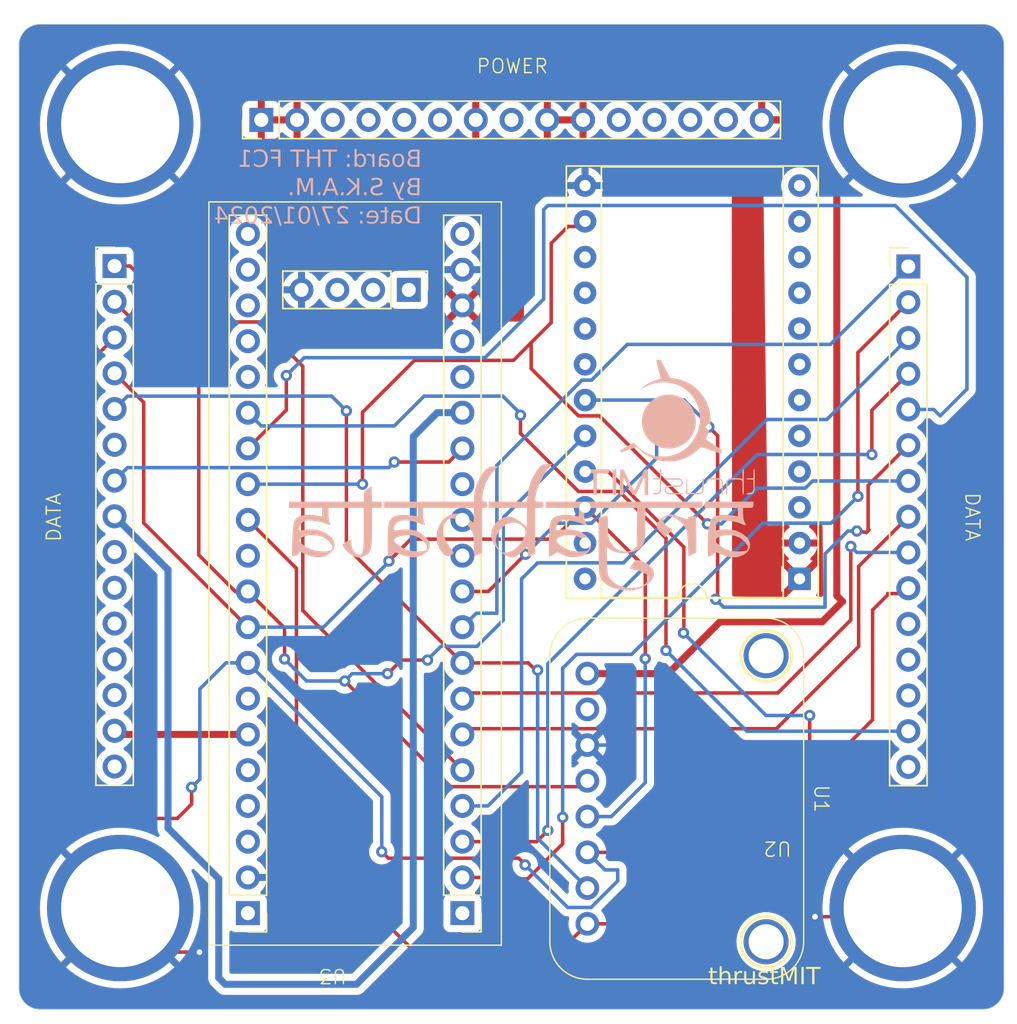
<source format=kicad_pcb>
(kicad_pcb (version 20221018) (generator pcbnew)
  (layers (0 "F.Cu" signal) (31 "B.Cu" signal) (34 "B.Paste" user) (35 "F.Paste" user) (36 "B.SilkS" user "B.Silkscreen") (37 "F.SilkS" user "F.Silkscreen") (38 "B.Mask" user) (39 "F.Mask" user) (44 "Edge.Cuts" user))
  (net 0 "")
  (net 1 "5V")
  (net 3 "GND")
  (net 4 "SCLK_SPI1")
  (net 5 "MISO_SPI1")
  (net 6 "MOSI_SPI1")
  (net 7 "CS_LPS")
  (net 8 "INT_LPS")
  (net 9 "3.3V")
  (net 22 "CS_LSM")
  (net 23 "INT_LSM")
  (net 25 "SCLK_SPI2")
  (net 30 "MISO_SPI2")
  (net 31 "MOSI_SPI2")
  (net 32 "CS_MS5607")
  (net 33 "TX_TELEM")
  (net 34 "RX_TELEM")
  (net 35 "CS_ADXL")
  (net 36 "I2C1_SCL")
  (net 47 "I2C1_SDA")
  (net 48 "INT_ADXL")
  (net 79 "PYRO1")
  (net 80 "PYRO2")
  (footprint "LIB_2024:STM32F411CEU6" (layer "F.Cu") (at 107.1 67.295 180)
    (fp_text reference "U3" (at 1.6 -48.755 180 unlocked) (layer "F.SilkS") (effects (font (thickness 0.1))))
    (fp_text value "STM32F411CEU6")
    (pad "1" thru_hole rect (at -7.62 -44.286 180) (size 1.7 1.7) (drill 1) (layers "*.Cu" "*.Mask"))
    (pad "2" thru_hole oval (at -7.62 -41.746 180) (size 1.7 1.7) (drill 1) (layers "*.Cu" "*.Mask") (net 25 "SCLK_SPI2"))
    (pad "3" thru_hole oval (at -7.62 -39.206 180) (size 1.7 1.7) (drill 1) (layers "*.Cu" "*.Mask") (net 30 "MISO_SPI2"))
    (pad "4" thru_hole oval (at -7.62 -36.666 180) (size 1.7 1.7) (drill 1) (layers "*.Cu" "*.Mask") (net 31 "MOSI_SPI2"))
    (pad "5" thru_hole oval (at -7.62 -34.126 180) (size 1.7 1.7) (drill 1) (layers "*.Cu" "*.Mask") (net 32 "CS_MS5607"))
    (pad "6" thru_hole oval (at -7.62 -31.586 180) (size 1.7 1.7) (drill 1) (layers "*.Cu" "*.Mask") (net 33 "TX_TELEM"))
    (pad "7" thru_hole oval (at -7.62 -29.046 180) (size 1.7 1.7) (drill 1) (layers "*.Cu" "*.Mask") (net 34 "RX_TELEM"))
    (pad "8" thru_hole oval (at -7.62 -26.506 180) (size 1.7 1.7) (drill 1) (layers "*.Cu" "*.Mask") (net 7 "CS_LPS"))
    (pad "9" thru_hole oval (at -7.62 -23.966 180) (size 1.7 1.7) (drill 1) (layers "*.Cu" "*.Mask") (net 35 "CS_ADXL"))
    (pad "10" thru_hole oval (at -7.62 -21.426 180) (size 1.7 1.7) (drill 1) (layers "*.Cu" "*.Mask") (net 22 "CS_LSM"))
    (pad "11" thru_hole oval (at -7.62 -18.886 180) (size 1.7 1.7) (drill 1) (layers "*.Cu" "*.Mask"))
    (pad "12" thru_hole oval (at -7.62 -16.346 180) (size 1.7 1.7) (drill 1) (layers "*.Cu" "*.Mask"))
    (pad "13" thru_hole oval (at -7.62 -13.806 180) (size 1.7 1.7) (drill 1) (layers "*.Cu" "*.Mask"))
    (pad "14" thru_hole oval (at -7.62 -11.266 180) (size 1.7 1.7) (drill 1) (layers "*.Cu" "*.Mask") (net 36 "I2C1_SCL"))
    (pad "15" thru_hole oval (at -7.62 -8.726 180) (size 1.7 1.7) (drill 1) (layers "*.Cu" "*.Mask") (net 47 "I2C1_SDA"))
    (pad "16" thru_hole oval (at -7.62 -6.186 180) (size 1.7 1.7) (drill 1) (layers "*.Cu" "*.Mask"))
    (pad "17" thru_hole oval (at -7.62 -3.646 180) (size 1.7 1.7) (drill 1) (layers "*.Cu" "*.Mask"))
    (pad "18" thru_hole oval (at -7.62 -1.106 180) (size 1.7 1.7) (drill 1) (layers "*.Cu" "*.Mask") (net 1 "5V"))
    (pad "19" thru_hole oval (at -7.62 1.434 180) (size 1.7 1.7) (drill 1) (layers "*.Cu" "*.Mask") (net 3 "GND"))
    (pad "20" thru_hole oval (at -7.62 3.974 180) (size 1.7 1.7) (drill 1) (layers "*.Cu" "*.Mask"))
    (pad "21" thru_hole rect (at 7.62 -44.286 180) (size 1.7 1.7) (drill 1) (layers "*.Cu" "*.Mask"))
    (pad "22" thru_hole oval (at 7.62 -41.746 180) (size 1.7 1.7) (drill 1) (layers "*.Cu" "*.Mask") (net 3 "GND"))
    (pad "23" thru_hole oval (at 7.62 -39.206 180) (size 1.7 1.7) (drill 1) (layers "*.Cu" "*.Mask"))
    (pad "24" thru_hole oval (at 7.62 -36.666 180) (size 1.7 1.7) (drill 1) (layers "*.Cu" "*.Mask"))
    (pad "25" thru_hole oval (at 7.62 -34.126 180) (size 1.7 1.7) (drill 1) (layers "*.Cu" "*.Mask"))
    (pad "26" thru_hole oval (at 7.62 -31.586 180) (size 1.7 1.7) (drill 1) (layers "*.Cu" "*.Mask") (net 79 "PYRO1"))
    (pad "27" thru_hole oval (at 7.62 -29.046 180) (size 1.7 1.7) (drill 1) (layers "*.Cu" "*.Mask"))
    (pad "28" thru_hole oval (at 7.62 -26.506 180) (size 1.7 1.7) (drill 1) (layers "*.Cu" "*.Mask") (net 6 "MOSI_SPI1"))
    (pad "29" thru_hole oval (at 7.62 -23.966 180) (size 1.7 1.7) (drill 1) (layers "*.Cu" "*.Mask") (net 5 "MISO_SPI1"))
    (pad "30" thru_hole oval (at 7.62 -21.426 180) (size 1.7 1.7) (drill 1) (layers "*.Cu" "*.Mask") (net 4 "SCLK_SPI1"))
    (pad "31" thru_hole oval (at 7.62 -18.886 180) (size 1.7 1.7) (drill 1) (layers "*.Cu" "*.Mask"))
    (pad "32" thru_hole oval (at 7.62 -16.346 180) (size 1.7 1.7) (drill 1) (layers "*.Cu" "*.Mask") (net 8 "INT_LPS"))
    (pad "33" thru_hole oval (at 7.62 -13.806 180) (size 1.7 1.7) (drill 1) (layers "*.Cu" "*.Mask") (net 23 "INT_LSM"))
    (pad "34" thru_hole oval (at 7.62 -11.266 180) (size 1.7 1.7) (drill 1) (layers "*.Cu" "*.Mask") (net 48 "INT_ADXL"))
    (pad "35" thru_hole oval (at 7.62 -8.726 180) (size 1.7 1.7) (drill 1) (layers "*.Cu" "*.Mask") (net 80 "PYRO2"))
    (pad "36" thru_hole oval (at 7.62 -6.186 180) (size 1.7 1.7) (drill 1) (layers "*.Cu" "*.Mask"))
    (pad "37" thru_hole oval (at 7.62 -3.646 180) (size 1.7 1.7) (drill 1) (layers "*.Cu" "*.Mask"))
    (pad "38" thru_hole oval (at 7.62 -1.106 180) (size 1.7 1.7) (drill 1) (layers "*.Cu" "*.Mask"))
    (pad "39" thru_hole oval (at 7.62 1.434 180) (size 1.7 1.7) (drill 1) (layers "*.Cu" "*.Mask"))
    (pad "40" thru_hole oval (at 7.62 3.974 180) (size 1.7 1.7) (drill 1) (layers "*.Cu" "*.Mask"))
    (pad "41" thru_hole rect (at -3.81 0 270) (size 1.7 1.7) (drill 1) (layers "*.Cu" "*.Mask"))
    (pad "42" thru_hole oval (at -1.27 0 270) (size 1.7 1.7) (drill 1) (layers "*.Cu" "*.Mask"))
    (pad "43" thru_hole oval (at 1.27 0 270) (size 1.7 1.7) (drill 1) (layers "*.Cu" "*.Mask"))
    (pad "44" thru_hole oval (at 3.81 0 270) (size 1.7 1.7) (drill 1) (layers "*.Cu" "*.Mask") (net 3 "GND"))
  )
  (footprint "FC_Stack_template:FC_Stack_template" (layer "F.Cu") (at 118.2056 83.4186)
    (fp_text reference "U4" hide)
    (fp_text value "FC_stack")
    (fp_text user "DATA" (at 32.17 -1.8 -90 unlocked) (layer "F.SilkS") (effects (font (thickness 0.1)) (justify left bottom)))
    (fp_text user "thrustMIT" (at 13.98 33.41 unlocked) (layer "F.SilkS") (effects (font (size 1.2 1.2) (thickness 0.1)) (justify left bottom)))
    (fp_text user "POWER" (at -2.55 -31.43 unlocked) (layer "F.SilkS") (effects (font (thickness 0.1)) (justify left bottom)))
    (fp_text user "DATA" (at -31.93 1.85 90 unlocked) (layer "F.SilkS") (effects (font (thickness 0.1)) (justify left bottom)))
    (fp_line (start -35 33.5) (end -35 -33.5) (stroke (width 0.05)) (layer "Edge.Cuts"))
    (fp_line (start -33.5 -35) (end 33.5 -35) (stroke (width 0.05)) (layer "Edge.Cuts"))
    (fp_line (start 33.5 35) (end -33.5 35) (stroke (width 0.05)) (layer "Edge.Cuts"))
    (fp_line (start 35 -33.5) (end 35 33.5) (stroke (width 0.05)) (layer "Edge.Cuts"))
    (fp_arc (start -35 -33.5) (mid -34.56066 -34.56066) (end -33.5 -35) (stroke (width 0.05)) (layer "Edge.Cuts"))
    (fp_arc (start -33.5 35) (mid -34.56066 34.56066) (end -35 33.5) (stroke (width 0.05)) (layer "Edge.Cuts"))
    (fp_arc (start 33.5 -35) (mid 34.56066 -34.56066) (end 35 -33.5) (stroke (width 0.05)) (layer "Edge.Cuts"))
    (fp_arc (start 35 33.5) (mid 34.56066 34.56066) (end 33.5 35) (stroke (width 0.05)) (layer "Edge.Cuts"))
    (pad "1" thru_hole rect (at 28.2 -17.785) (size 1.7 1.7) (drill 1) (layers "*.Cu" "*.Mask") (net 35 "CS_ADXL"))
    (pad "2" thru_hole oval (at 28.2 -15.245) (size 1.7 1.7) (drill 1) (layers "*.Cu" "*.Mask") (net 25 "SCLK_SPI2"))
    (pad "3" thru_hole oval (at 28.2 -12.705) (size 1.7 1.7) (drill 1) (layers "*.Cu" "*.Mask") (net 31 "MOSI_SPI2"))
    (pad "4" thru_hole oval (at 28.2 -10.165) (size 1.7 1.7) (drill 1) (layers "*.Cu" "*.Mask") (net 30 "MISO_SPI2"))
    (pad "5" thru_hole oval (at 28.2 -7.625) (size 1.7 1.7) (drill 1) (layers "*.Cu" "*.Mask") (net 48 "INT_ADXL"))
    (pad "6" thru_hole oval (at 28.2 -5.085) (size 1.7 1.7) (drill 1) (layers "*.Cu" "*.Mask") (net 22 "CS_LSM"))
    (pad "7" thru_hole oval (at 28.2 -2.545) (size 1.7 1.7) (drill 1) (layers "*.Cu" "*.Mask") (net 23 "INT_LSM"))
    (pad "8" thru_hole oval (at 28.2 -0.005) (size 1.7 1.7) (drill 1) (layers "*.Cu" "*.Mask") (net 33 "TX_TELEM"))
    (pad "9" thru_hole oval (at 28.2 2.535) (size 1.7 1.7) (drill 1) (layers "*.Cu" "*.Mask") (net 34 "RX_TELEM"))
    (pad "10" thru_hole oval (at 28.2 5.075) (size 1.7 1.7) (drill 1) (layers "*.Cu" "*.Mask") (net 8 "INT_LPS"))
    (pad "11" thru_hole oval (at 28.2 7.615) (size 1.7 1.7) (drill 1) (layers "*.Cu" "*.Mask"))
    (pad "12" thru_hole oval (at 28.2 10.155) (size 1.7 1.7) (drill 1) (layers "*.Cu" "*.Mask"))
    (pad "13" thru_hole oval (at 28.2 12.695) (size 1.7 1.7) (drill 1) (layers "*.Cu" "*.Mask"))
    (pad "14" thru_hole oval (at 28.2 15.235) (size 1.7 1.7) (drill 1) (layers "*.Cu" "*.Mask") (net 80 "PYRO2"))
    (pad "15" thru_hole oval (at 28.2 17.775) (size 1.7 1.7) (drill 1) (layers "*.Cu" "*.Mask"))
    (pad "16" thru_hole oval (at -28.2 17.745) (size 1.7 1.7) (drill 1) (layers "*.Cu" "*.Mask"))
    (pad "17" thru_hole oval (at -28.2 15.205) (size 1.7 1.7) (drill 1) (layers "*.Cu" "*.Mask") (net 79 "PYRO1"))
    (pad "18" thru_hole oval (at -28.2 12.665) (size 1.7 1.7) (drill 1) (layers "*.Cu" "*.Mask"))
    (pad "19" thru_hole oval (at -28.2 10.125) (size 1.7 1.7) (drill 1) (layers "*.Cu" "*.Mask"))
    (pad "20" thru_hole oval (at -28.2 7.585) (size 1.7 1.7) (drill 1) (layers "*.Cu" "*.Mask"))
    (pad "21" thru_hole oval (at -28.2 5.045) (size 1.7 1.7) (drill 1) (layers "*.Cu" "*.Mask"))
    (pad "22" thru_hole oval (at -28.2 2.505) (size 1.7 1.7) (drill 1) (layers "*.Cu" "*.Mask"))
    (pad "23" thru_hole oval (at -28.2 -0.035) (size 1.7 1.7) (drill 1) (layers "*.Cu" "*.Mask") (net 47 "I2C1_SDA"))
    (pad "24" thru_hole oval (at -28.2 -2.575) (size 1.7 1.7) (drill 1) (layers "*.Cu" "*.Mask") (net 36 "I2C1_SCL"))
    (pad "25" thru_hole oval (at -28.2 -5.115) (size 1.7 1.7) (drill 1) (layers "*.Cu" "*.Mask"))
    (pad "26" thru_hole oval (at -28.2 -7.655) (size 1.7 1.7) (drill 1) (layers "*.Cu" "*.Mask") (net 7 "CS_LPS"))
    (pad "27" thru_hole oval (at -28.2 -10.195) (size 1.7 1.7) (drill 1) (layers "*.Cu" "*.Mask") (net 5 "MISO_SPI1"))
    (pad "28" thru_hole oval (at -28.2 -12.735) (size 1.7 1.7) (drill 1) (layers "*.Cu" "*.Mask") (net 6 "MOSI_SPI1"))
    (pad "29" thru_hole oval (at -28.2 -15.275) (size 1.7 1.7) (drill 1) (layers "*.Cu" "*.Mask") (net 4 "SCLK_SPI1"))
    (pad "30" thru_hole rect (at -28.2 -17.815) (size 1.7 1.7) (drill 1) (layers "*.Cu" "*.Mask") (net 32 "CS_MS5607"))
    (pad "31" thru_hole rect (at -17.775 -28.2 90) (size 1.7 1.7) (drill 1) (layers "*.Cu" "*.Mask") (net 1 "5V"))
    (pad "32" thru_hole oval (at -15.235 -28.2 90) (size 1.7 1.7) (drill 1) (layers "*.Cu" "*.Mask") (net 1 "5V"))
    (pad "33" thru_hole oval (at -12.695 -28.2 90) (size 1.7 1.7) (drill 1) (layers "*.Cu" "*.Mask"))
    (pad "34" thru_hole oval (at -10.155 -28.2 90) (size 1.7 1.7) (drill 1) (layers "*.Cu" "*.Mask"))
    (pad "35" thru_hole oval (at -7.615 -28.2 90) (size 1.7 1.7) (drill 1) (layers "*.Cu" "*.Mask"))
    (pad "36" thru_hole oval (at -5.075 -28.2 90) (size 1.7 1.7) (drill 1) (layers "*.Cu" "*.Mask"))
    (pad "37" thru_hole oval (at -2.535 -28.2 90) (size 1.7 1.7) (drill 1) (layers "*.Cu" "*.Mask") (net 9 "3.3V"))
    (pad "38" thru_hole oval (at 0.005 -28.2 90) (size 1.7 1.7) (drill 1) (layers "*.Cu" "*.Mask"))
    (pad "39" thru_hole oval (at 2.545 -28.2 90) (size 1.7 1.7) (drill 1) (layers "*.Cu" "*.Mask") (net 9 "3.3V"))
    (pad "40" thru_hole oval (at 5.085 -28.2 90) (size 1.7 1.7) (drill 1) (layers "*.Cu" "*.Mask") (net 9 "3.3V"))
    (pad "41" thru_hole oval (at 7.625 -28.2 90) (size 1.7 1.7) (drill 1) (layers "*.Cu" "*.Mask"))
    (pad "42" thru_hole oval (at 10.165 -28.2 90) (size 1.7 1.7) (drill 1) (layers "*.Cu" "*.Mask"))
    (pad "43" thru_hole oval (at 12.705 -28.2 90) (size 1.7 1.7) (drill 1) (layers "*.Cu" "*.Mask"))
    (pad "44" thru_hole oval (at 15.245 -28.2 90) (size 1.7 1.7) (drill 1) (layers "*.Cu" "*.Mask"))
    (pad "45" thru_hole oval (at 17.785 -28.2 90) (size 1.7 1.7) (drill 1) (layers "*.Cu" "*.Mask") (net 1 "5V"))
    (pad "49" thru_hole circle (at 27.8 27.8) (size 10.4 10.4) (drill 8.4) (layers "*.Cu" "*.Mask") (net 3 "GND"))
    (pad "50" thru_hole circle (at -27.8 27.8) (size 10.4 10.4) (drill 8.4) (layers "*.Cu" "*.Mask") (net 3 "GND"))
    (pad "51" thru_hole circle (at -27.8 -27.9) (size 10.4 10.4) (drill 8.4) (layers "*.Cu" "*.Mask") (net 3 "GND"))
    (pad "52" thru_hole circle (at 27.8 -27.885) (size 10.4 10.4) (drill 8.4) (layers "*.Cu" "*.Mask") (net 3 "GND"))
  )
  (footprint "LIB_2024:LPS22HB_ThrustMIT" (layer "F.Cu") (at 129.95 103.45 -90)
    (fp_text reference "U1" (at 0 -10.287 -90 unlocked) (layer "F.SilkS") (effects (font (thickness 0.1))))
    (fp_text value "LPS22HB")
    (pad "1" thru_hole circle (at -8.89 6.35) (size 1.6764 1.6764) (drill 1) (layers "*.Cu" "*.Mask" "Eco2.User") (net 1 "5V"))
    (pad "2" thru_hole circle (at -6.35 6.35) (size 1.6764 1.6764) (drill 1) (layers "*.Cu" "*.Mask" "Eco2.User"))
    (pad "3" thru_hole circle (at -3.81 6.35) (size 1.6764 1.6764) (drill 1) (layers "*.Cu" "*.Mask" "Eco2.User") (net 3 "GND"))
    (pad "4" thru_hole circle (at -1.27 6.35) (size 1.6764 1.6764) (drill 1) (layers "*.Cu" "*.Mask" "Eco2.User") (net 4 "SCLK_SPI1"))
    (pad "5" thru_hole circle (at 1.27 6.35) (size 1.6764 1.6764) (drill 1) (layers "*.Cu" "*.Mask" "Eco2.User") (net 5 "MISO_SPI1"))
    (pad "6" thru_hole circle (at 3.81 6.35) (size 1.6764 1.6764) (drill 1) (layers "*.Cu" "*.Mask" "Eco2.User") (net 6 "MOSI_SPI1"))
    (pad "7" thru_hole circle (at 6.35 6.35) (size 1.6764 1.6764) (drill 1) (layers "*.Cu" "*.Mask" "Eco2.User") (net 7 "CS_LPS"))
    (pad "8" thru_hole circle (at 8.89 6.35) (size 1.6764 1.6764) (drill 1) (layers "*.Cu" "*.Mask" "Eco2.User") (net 8 "INT_LPS"))
    (pad "M$1" thru_hole circle (at 10.164981 -6.35 270) (size 3.2004 3.2004) (drill 2.4892) (layers "*.Cu" "*.Mask"))
    (pad "M$2" thru_hole circle (at -10.16 -6.35 270) (size 3.2004 3.2004) (drill 2.4892) (layers "*.Cu" "*.Mask"))
  )
  (footprint "LIB_2024:LSM6DSO32X" (layer "F.Cu") (at 132.035 81.135 180)
    (fp_text reference "U2" (at -5.08 -25.86 180 unlocked) (layer "F.SilkS") (effects (font (thickness 0.1))))
    (fp_text value "LSM6DSO32X")
    (pad "1" thru_hole rect (at -6.64 -6.69 180) (size 1.6 1.6) (drill 0.8) (layers "*.Cu" "*.Mask") (net 9 "3.3V"))
    (pad "2" thru_hole oval (at -6.64 -4.15 180) (size 1.6 1.6) (drill 0.8) (layers "*.Cu" "*.Mask") (net 9 "3.3V"))
    (pad "3" thru_hole oval (at -6.64 -1.61 180) (size 1.6 1.6) (drill 0.8) (layers "*.Cu" "*.Mask"))
    (pad "4" thru_hole oval (at -6.64 0.93 180) (size 1.6 1.6) (drill 0.8) (layers "*.Cu" "*.Mask"))
    (pad "5" thru_hole oval (at -6.64 3.47 180) (size 1.6 1.6) (drill 0.8) (layers "*.Cu" "*.Mask"))
    (pad "6" thru_hole oval (at -6.64 6.01 180) (size 1.6 1.6) (drill 0.8) (layers "*.Cu" "*.Mask"))
    (pad "7" thru_hole oval (at -6.64 8.55 180) (size 1.6 1.6) (drill 0.8) (layers "*.Cu" "*.Mask"))
    (pad "8" thru_hole oval (at -6.64 11.09 180) (size 1.6 1.6) (drill 0.8) (layers "*.Cu" "*.Mask"))
    (pad "9" thru_hole oval (at -6.64 13.63 180) (size 1.6 1.6) (drill 0.8) (layers "*.Cu" "*.Mask"))
    (pad "10" thru_hole oval (at -6.64 16.17 180) (size 1.6 1.6) (drill 0.8) (layers "*.Cu" "*.Mask"))
    (pad "11" thru_hole oval (at -6.64 18.71 180) (size 1.6 1.6) (drill 0.8) (layers "*.Cu" "*.Mask"))
    (pad "12" thru_hole oval (at -6.64 21.25 180) (size 1.6 1.6) (drill 0.8) (layers "*.Cu" "*.Mask"))
    (pad "13" thru_hole oval (at 8.6 -6.69 180) (size 1.6 1.6) (drill 0.8) (layers "*.Cu" "*.Mask"))
    (pad "14" thru_hole oval (at 8.6 -4.15 180) (size 1.6 1.6) (drill 0.8) (layers "*.Cu" "*.Mask"))
    (pad "15" thru_hole oval (at 8.6 -1.61 180) (size 1.6 1.6) (drill 0.8) (layers "*.Cu" "*.Mask") (net 5 "MISO_SPI1"))
    (pad "16" thru_hole oval (at 8.6 0.93 180) (size 1.6 1.6) (drill 0.8) (layers "*.Cu" "*.Mask") (net 6 "MOSI_SPI1"))
    (pad "17" thru_hole oval (at 8.6 3.47 180) (size 1.6 1.6) (drill 0.8) (layers "*.Cu" "*.Mask") (net 4 "SCLK_SPI1"))
    (pad "18" thru_hole oval (at 8.6 6.01 180) (size 1.6 1.6) (drill 0.8) (layers "*.Cu" "*.Mask") (net 22 "CS_LSM"))
    (pad "19" thru_hole oval (at 8.6 8.55 180) (size 1.6 1.6) (drill 0.8) (layers "*.Cu" "*.Mask"))
    (pad "20" thru_hole oval (at 8.6 11.09 180) (size 1.6 1.6) (drill 0.8) (layers "*.Cu" "*.Mask"))
    (pad "21" thru_hole oval (at 8.6 13.63 180) (size 1.6 1.6) (drill 0.8) (layers "*.Cu" "*.Mask"))
    (pad "22" thru_hole oval (at 8.6 16.17 180) (size 1.6 1.6) (drill 0.8) (layers "*.Cu" "*.Mask"))
    (pad "23" thru_hole oval (at 8.6 18.71 180) (size 1.6 1.6) (drill 0.8) (layers "*.Cu" "*.Mask") (net 23 "INT_LSM"))
    (pad "24" thru_hole oval (at 8.6 21.25 180) (size 1.6 1.6) (drill 0.8) (layers "*.Cu" "*.Mask") (net 3 "GND"))
  )
  (footprint "LOGO" (layer "B.Cu") (at 129.413313 76.449936 180)
    (fp_text reference "G***" hide)
    (fp_text value "LOGO" hide)
  )
  (footprint "LOGO" (layer "B.Cu") (at 114.20905 84.708196 180)
    (fp_text reference "G***" hide)
    (fp_text value "LOGO" hide)
  )
  (gr_text "Board: THT FC1\nBy S.K.A.M.\nDate: 27/01/2024" (at 111.8362 62.7888) (layer "B.SilkS") (effects (font (size 1.2 1.2)) (justify left bottom mirror)))
  (segment (start 141.732 89.4334) (end 141.3256 89.027) (width 0.5) (layer "F.Cu") (net 1))
  (segment (start 138.0998 55.9054) (end 137.413 55.2186) (width 0.5) (layer "F.Cu") (net 1))
  (segment (start 138.0998 56.2864) (end 138.0998 55.9054) (width 0.5) (layer "F.Cu") (net 1))
  (segment (start 140.2842 90.8812) (end 141.732 89.4334) (width 0.5) (layer "F.Cu") (net 1))
  (segment (start 141.3256 89.027) (end 141.3256 59.5122) (width 0.5) (layer "F.Cu") (net 1))
  (segment (start 137.413 55.2186) (end 135.9906 55.2186) (width 0.5) (layer "F.Cu") (net 1))
  (segment (start 133.0198 90.8812) (end 140.2842 90.8812) (width 0.5) (layer "F.Cu") (net 1))
  (segment (start 141.3256 59.5122) (end 138.0998 56.2864) (width 0.5) (layer "F.Cu") (net 1))
  (segment (start 123.6 94.56) (end 129.341 94.56) (width 0.5) (layer "F.Cu") (net 1))
  (segment (start 129.341 94.56) (end 133.0198 90.8812) (width 0.5) (layer "F.Cu") (net 1))
  (segment (start 139.7762 111.8362) (end 145.388 111.8362) (width 0.25) (layer "F.Cu") (net 3))
  (segment (start 96.0374 114.3508) (end 93.5378 114.3508) (width 0.25) (layer "F.Cu") (net 3))
  (segment (start 145.388 111.8362) (end 146.0056 111.2186) (width 0.25) (layer "F.Cu") (net 3))
  (segment (start 93.5378 114.3508) (end 90.4056 111.2186) (width 0.25) (layer "F.Cu") (net 3))
  (via (at 139.7762 111.8362) (size 0.8) (drill 0.4) (layers "F.Cu" "B.Cu") (net 3))
  (via (at 96.0374 114.3508) (size 0.8) (drill 0.4) (layers "F.Cu" "B.Cu") (net 3))
  (segment (start 123.6 99.64) (end 125.9628 99.64) (width 0.25) (layer "B.Cu") (net 3))
  (segment (start 101.8298 109.041) (end 101.9302 108.9406) (width 0.25) (layer "B.Cu") (net 3))
  (segment (start 125.9628 99.64) (end 126.0602 99.5426) (width 0.25) (layer "B.Cu") (net 3))
  (segment (start 99.48 109.041) (end 101.8298 109.041) (width 0.25) (layer "B.Cu") (net 3))
  (segment (start 109.474 94.5134) (end 109.4486 94.5134) (width 0.25) (layer "F.Cu") (net 4))
  (segment (start 90.0056 68.1436) (end 95.9866 74.1246) (width 0.25) (layer "F.Cu") (net 4))
  (segment (start 123.6 102.18) (end 123.184 102.596) (width 0.25) (layer "F.Cu") (net 4))
  (segment (start 95.9866 86.1314) (end 98.5762 88.721) (width 0.25) (layer "F.Cu") (net 4))
  (segment (start 98.5762 88.721) (end 99.48 88.721) (width 0.25) (layer "F.Cu") (net 4))
  (segment (start 102.0826 91.3236) (end 99.48 88.721) (width 0.25) (layer "F.Cu") (net 4))
  (segment (start 123.184 102.596) (end 113.8736 102.596) (width 0.25) (layer "F.Cu") (net 4))
  (segment (start 102.0826 93.5228) (end 102.0826 91.3236) (width 0.25) (layer "F.Cu") (net 4))
  (segment (start 110.3884 93.599) (end 109.474 94.5134) (width 0.25) (layer "F.Cu") (net 4))
  (segment (start 95.9866 74.1246) (end 95.9866 86.1314) (width 0.25) (layer "F.Cu") (net 4))
  (segment (start 112.2426 93.599) (end 110.3884 93.599) (width 0.25) (layer "F.Cu") (net 4))
  (segment (start 113.8736 102.596) (end 106.2482 94.9706) (width 0.25) (layer "F.Cu") (net 4))
  (segment (start 109.4486 94.5134) (end 109.3978 94.5642) (width 0.25) (layer "F.Cu") (net 4))
  (via (at 106.3625 95.0849) (size 0.8) (drill 0.4) (layers "F.Cu" "B.Cu") (net 4))
  (via (at 112.2426 93.599) (size 0.8) (drill 0.4) (layers "F.Cu" "B.Cu") (net 4))
  (via (at 102.0826 93.5228) (size 0.8) (drill 0.4) (layers "F.Cu" "B.Cu") (net 4))
  (via (at 109.3978 94.5642) (size 0.8) (drill 0.4) (layers "F.Cu" "B.Cu") (net 4))
  (segment (start 117.6202 83.4798) (end 117.6202 90.7614) (width 0.25) (layer "B.Cu") (net 4))
  (segment (start 112.2426 93.5736) (end 112.2426 93.599) (width 0.25) (layer "B.Cu") (net 4))
  (segment (start 113.1902 92.626) (end 112.2426 93.5736) (width 0.25) (layer "B.Cu") (net 4))
  (segment (start 117.6202 90.7614) (end 115.7556 92.626) (width 0.25) (layer "B.Cu") (net 4))
  (segment (start 123.435 77.665) (end 117.6202 83.4798) (width 0.25) (layer "B.Cu") (net 4))
  (segment (start 106.8832 94.5642) (end 106.3625 95.0849) (width 0.25) (layer "B.Cu") (net 4))
  (segment (start 115.7556 92.626) (end 113.1902 92.626) (width 0.25) (layer "B.Cu") (net 4))
  (segment (start 103.6447 95.0849) (end 102.0826 93.5228) (width 0.25) (layer "B.Cu") (net 4))
  (segment (start 109.3978 94.5642) (end 106.8832 94.5642) (width 0.25) (layer "B.Cu") (net 4))
  (segment (start 106.3625 95.0849) (end 103.6447 95.0849) (width 0.25) (layer "B.Cu") (net 4))
  (segment (start 111.0566 85.006) (end 121.174 85.006) (width 0.25) (layer "F.Cu") (net 5))
  (segment (start 109.4994 86.5632) (end 111.0566 85.006) (width 0.25) (layer "F.Cu") (net 5))
  (segment (start 92.075 75.293) (end 90.0056 73.2236) (width 0.25) (layer "F.Cu") (net 5))
  (segment (start 123.435 82.745) (end 127.7112 87.0212) (width 0.25) (layer "F.Cu") (net 5))
  (segment (start 127.7112 87.0212) (end 127.7112 93.4974) (width 0.25) (layer "F.Cu") (net 5))
  (segment (start 92.075 83.856) (end 92.075 75.293) (width 0.25) (layer "F.Cu") (net 5))
  (segment (start 121.174 85.006) (end 123.435 82.745) (width 0.25) (layer "F.Cu") (net 5))
  (segment (start 99.48 91.261) (end 92.075 83.856) (width 0.25) (layer "F.Cu") (net 5))
  (via (at 109.4994 86.5632) (size 0.8) (drill 0.4) (layers "F.Cu" "B.Cu") (net 5))
  (via (at 127.7112 93.4974) (size 0.8) (drill 0.4) (layers "F.Cu" "B.Cu") (net 5))
  (segment (start 109.4994 86.614) (end 109.4994 86.5632) (width 0.25) (layer "B.Cu") (net 5))
  (segment (start 104.8524 91.261) (end 109.4994 86.614) (width 0.25) (layer "B.Cu") (net 5))
  (segment (start 127.7112 93.4974) (end 127.7112 102.3112) (width 0.25) (layer "B.Cu") (net 5))
  (segment (start 125.3024 104.72) (end 123.6 104.72) (width 0.25) (layer "B.Cu") (net 5))
  (segment (start 99.48 91.261) (end 104.8524 91.261) (width 0.25) (layer "B.Cu") (net 5))
  (segment (start 127.7112 102.3112) (end 125.3024 104.72) (width 0.25) (layer "B.Cu") (net 5))
  (segment (start 86.0044 74.6848) (end 86.0044 102.9716) (width 0.25) (layer "F.Cu") (net 6))
  (segment (start 95.4786 103.8352) (end 95.4786 102.6414) (width 0.25) (layer "F.Cu") (net 6))
  (segment (start 90.0056 70.6836) (end 86.0044 74.6848) (width 0.25) (layer "F.Cu") (net 6))
  (segment (start 123.435 80.205) (end 125.088196 80.205) (width 0.25) (layer "F.Cu") (net 6))
  (segment (start 119.2022 108.1532) (end 119.1768 108.1532) (width 0.25) (layer "F.Cu") (net 6))
  (segment (start 132.135 107.26) (end 123.6 107.26) (width 0.25) (layer "F.Cu") (net 6))
  (segment (start 130.4544 91.694) (end 130.429 91.6686) (width 0.25) (layer "F.Cu") (net 6))
  (segment (start 118.725 107.676) (end 119.2022 108.1532) (width 0.25) (layer "F.Cu") (net 6))
  (segment (start 139.3952 99.9998) (end 132.135 107.26) (width 0.25) (layer "F.Cu") (net 6))
  (segment (start 125.088196 80.205) (end 130.4544 85.571204) (width 0.25) (layer "F.Cu") (net 6))
  (segment (start 94.4626 104.8512) (end 95.4786 103.8352) (width 0.25) (layer "F.Cu") (net 6))
  (segment (start 108.9914 107.2134) (end 109.454 107.676) (width 0.25) (layer "F.Cu") (net 6))
  (segment (start 86.0044 102.9716) (end 87.884 104.8512) (width 0.25) (layer "F.Cu") (net 6))
  (segment (start 139.3952 97.536) (end 139.3952 99.9998) (width 0.25) (layer "F.Cu") (net 6))
  (segment (start 130.4544 85.571204) (end 130.4544 91.694) (width 0.25) (layer "F.Cu") (net 6))
  (segment (start 109.454 107.676) (end 118.725 107.676) (width 0.25) (layer "F.Cu") (net 6))
  (segment (start 87.884 104.8512) (end 94.4626 104.8512) (width 0.25) (layer "F.Cu") (net 6))
  (via (at 95.4786 102.6414) (size 0.8) (drill 0.4) (layers "F.Cu" "B.Cu") (net 6))
  (via (at 130.429 91.6686) (size 0.8) (drill 0.4) (layers "F.Cu" "B.Cu") (net 6))
  (via (at 139.3952 97.536) (size 0.8) (drill 0.4) (layers "F.Cu" "B.Cu") (net 6))
  (via (at 119.1768 108.1532) (size 0.8) (drill 0.4) (layers "F.Cu" "B.Cu") (net 6))
  (via (at 108.9914 107.2134) (size 0.8) (drill 0.4) (layers "F.Cu" "B.Cu") (net 6))
  (segment (start 124.8488 108.5088) (end 123.6 107.26) (width 0.25) (layer "B.Cu") (net 6))
  (segment (start 119.1768 108.1532) (end 122.2004 111.1768) (width 0.25) (layer "B.Cu") (net 6))
  (segment (start 99.48 93.801) (end 108.9914 103.3124) (width 0.25) (layer "B.Cu") (net 6))
  (segment (start 108.9914 103.3124) (end 108.9914 107.2134) (width 0.25) (layer "B.Cu") (net 6))
  (segment (start 125.7554 109.289614) (end 125.7554 108.5088) (width 0.25) (layer "B.Cu") (net 6))
  (segment (start 96.0628 95.6564) (end 97.9182 93.801) (width 0.25) (layer "B.Cu") (net 6))
  (segment (start 136.2964 97.536) (end 139.3952 97.536) (width 0.25) (layer "B.Cu") (net 6))
  (segment (start 125.7554 108.5088) (end 124.8488 108.5088) (width 0.25) (layer "B.Cu") (net 6))
  (segment (start 95.4786 102.6414) (end 96.0628 102.0572) (width 0.25) (layer "B.Cu") (net 6))
  (segment (start 123.868214 111.1768) (end 125.7554 109.289614) (width 0.25) (layer "B.Cu") (net 6))
  (segment (start 130.429 91.6686) (end 136.2964 97.536) (width 0.25) (layer "B.Cu") (net 6))
  (segment (start 97.9182 93.801) (end 99.48 93.801) (width 0.25) (layer "B.Cu") (net 6))
  (segment (start 96.0628 102.0572) (end 96.0628 95.6564) (width 0.25) (layer "B.Cu") (net 6))
  (segment (start 122.2004 111.1768) (end 123.868214 111.1768) (width 0.25) (layer "B.Cu") (net 6))
  (segment (start 114.72 93.801) (end 119.4042 93.801) (width 0.25) (layer "F.Cu") (net 7))
  (segment (start 120.015 94.4118) (end 120.015 94.361) (width 0.25) (layer "F.Cu") (net 7))
  (segment (start 114.72 93.801) (end 106.4768 85.5578) (width 0.25) (layer "F.Cu") (net 7))
  (segment (start 120.015 94.361) (end 120.0658 94.3102) (width 0.25) (layer "F.Cu") (net 7))
  (segment (start 119.4042 93.801) (end 120.015 94.4118) (width 0.25) (layer "F.Cu") (net 7))
  (segment (start 106.4768 85.5578) (end 106.4768 75.8952) (width 0.25) (layer "F.Cu") (net 7))
  (via (at 106.4768 75.8952) (size 0.8) (drill 0.4) (layers "F.Cu" "B.Cu") (net 7))
  (via (at 120.0658 94.3102) (size 0.8) (drill 0.4) (layers "F.Cu" "B.Cu") (net 7))
  (segment (start 120.0658 94.3102) (end 120.0658 106.2658) (width 0.25) (layer "B.Cu") (net 7))
  (segment (start 105.4276 74.846) (end 106.4768 75.8952) (width 0.25) (layer "B.Cu") (net 7))
  (segment (start 90.9232 74.846) (end 105.4276 74.846) (width 0.25) (layer "B.Cu") (net 7))
  (segment (start 120.0658 106.2658) (end 123.6 109.8) (width 0.25) (layer "B.Cu") (net 7))
  (segment (start 90.0056 75.7636) (end 90.9232 74.846) (width 0.25) (layer "B.Cu") (net 7))
  (segment (start 144.9324 88.8746) (end 146.0246 88.8746) (width 0.25) (layer "F.Cu") (net 8))
  (segment (start 112.6236 115.6208) (end 120.3192 115.6208) (width 0.25) (layer "F.Cu") (net 8))
  (segment (start 102.928 105.9252) (end 112.6236 115.6208) (width 0.25) (layer "F.Cu") (net 8))
  (segment (start 146.0246 88.8746) (end 146.4056 88.4936) (width 0.25) (layer "F.Cu") (net 8))
  (segment (start 144.9324 88.9762) (end 144.9324 88.8746) (width 0.25) (layer "F.Cu") (net 8))
  (segment (start 129.3664 112.34) (end 143.8656 97.8408) (width 0.25) (layer "F.Cu") (net 8))
  (segment (start 123.6 112.34) (end 129.3664 112.34) (width 0.25) (layer "F.Cu") (net 8))
  (segment (start 143.8656 97.8408) (end 143.8656 90.043) (width 0.25) (layer "F.Cu") (net 8))
  (segment (start 102.928 87.089) (end 102.928 105.9252) (width 0.25) (layer "F.Cu") (net 8))
  (segment (start 99.48 83.641) (end 102.928 87.089) (width 0.25) (layer "F.Cu") (net 8))
  (segment (start 120.3192 115.6208) (end 123.6 112.34) (width 0.25) (layer "F.Cu") (net 8))
  (segment (start 143.8656 90.043) (end 144.9324 88.9762) (width 0.25) (layer "F.Cu") (net 8))
  (segment (start 146.4056 78.3336) (end 143.5492 81.19) (width 0.25) (layer "F.Cu") (net 22))
  (segment (start 116.5618 88.721) (end 119.2022 86.0806) (width 0.25) (layer "F.Cu") (net 22))
  (segment (start 132.8558 77.6616) (end 132.8558 89.1148) (width 0.25) (layer "F.Cu") (net 22))
  (segment (start 143.5492 84.291) (end 143.6116 84.3534) (width 0.25) (layer "F.Cu") (net 22))
  (segment (start 143.5492 81.19) (end 143.5492 84.291) (width 0.25) (layer "F.Cu") (net 22))
  (segment (start 143.4338 84.5312) (end 142.748 84.4296) (width 0.25) (layer "F.Cu") (net 22))
  (segment (start 132.8558 89.1148) (end 132.6896 89.281) (width 0.25) (layer "F.Cu") (net 22))
  (segment (start 143.6116 84.3534) (end 143.4338 84.5312) (width 0.25) (layer "F.Cu") (net 22))
  (segment (start 114.72 88.721) (end 116.5618 88.721) (width 0.25) (layer "F.Cu") (net 22))
  (segment (start 132.2324 77.0382) (end 132.8558 77.6616) (width 0.25) (layer "F.Cu") (net 22))
  (via (at 132.715 89.281) (size 0.8) (drill 0.4) (layers "F.Cu" "B.Cu") (net 22))
  (via (at 119.2022 86.0806) (size 0.8) (drill 0.4) (layers "F.Cu" "B.Cu") (net 22))
  (via (at 132.2324 77.0382) (size 0.8) (drill 0.4) (layers "F.Cu" "B.Cu") (net 22))
  (via (at 142.748 84.4296) (size 0.8) (drill 0.4) (layers "F.Cu" "B.Cu") (net 22))
  (segment (start 132.2832 76.9366) (end 132.2832 76.9874) (width 0.25) (layer "B.Cu") (net 22))
  (segment (start 142.113 84.4296) (end 140.4874 86.0552) (width 0.25) (layer "B.Cu") (net 22))
  (segment (start 142.748 84.4296) (end 142.113 84.4296) (width 0.25) (layer "B.Cu") (net 22))
  (segment (start 119.2022 86.0806) (end 121.4128 83.87) (width 0.25) (layer "B.Cu") (net 22))
  (segment (start 140.4874 89.8398) (end 133.2738 89.8398) (width 0.25) (layer "B.Cu") (net 22))
  (segment (start 123.435 75.125) (end 128.524 75.125) (width 0.25) (layer "B.Cu") (net 22))
  (segment (start 140.4874 86.0552) (end 140.4874 89.8398) (width 0.25) (layer "B.Cu") (net 22))
  (segment (start 121.4128 83.87) (end 123.900991 83.87) (width 0.25) (layer "B.Cu") (net 22))
  (segment (start 133.2738 89.8398) (end 132.6134 89.1794) (width 0.25) (layer "B.Cu") (net 22))
  (segment (start 128.524 75.125) (end 130.4716 75.125) (width 0.25) (layer "B.Cu") (net 22))
  (segment (start 123.900991 83.87) (end 128.524 79.246991) (width 0.25) (layer "B.Cu") (net 22))
  (segment (start 128.524 79.246991) (end 128.524 75.125) (width 0.25) (layer "B.Cu") (net 22))
  (segment (start 132.2832 76.9874) (end 132.2324 77.0382) (width 0.25) (layer "B.Cu") (net 22))
  (segment (start 130.4716 75.125) (end 132.2832 76.9366) (width 0.25) (layer "B.Cu") (net 22))
  (segment (start 122.2248 62.7888) (end 123.0712 62.7888) (width 0.25) (layer "F.Cu") (net 23))
  (segment (start 124.4592 76.25) (end 122.969009 76.25) (width 0.25) (layer "F.Cu") (net 23))
  (segment (start 111.3106 72.306) (end 118.3464 72.306) (width 0.25) (layer "F.Cu") (net 23))
  (segment (start 121.031 69.6214) (end 121.031 63.9826) (width 0.25) (layer "F.Cu") (net 23))
  (segment (start 119.6086 71.0438) (end 121.031 69.6214) (width 0.25) (layer "F.Cu") (net 23))
  (segment (start 107.621 81.101) (end 107.621 75.9956) (width 0.25) (layer "F.Cu") (net 23))
  (segment (start 123.0712 62.7888) (end 123.435 62.425) (width 0.25) (layer "F.Cu") (net 23))
  (segment (start 132.1308 83.9216) (end 124.4592 76.25) (width 0.25) (layer "F.Cu") (net 23))
  (segment (start 118.3464 72.306) (end 119.6086 71.0438) (width 0.25) (layer "F.Cu") (net 23))
  (segment (start 107.621 75.9956) (end 111.3106 72.306) (width 0.25) (layer "F.Cu") (net 23))
  (segment (start 122.969009 76.25) (end 119.6086 72.889591) (width 0.25) (layer "F.Cu") (net 23))
  (segment (start 121.031 63.9826) (end 122.2248 62.7888) (width 0.25) (layer "F.Cu") (net 23))
  (segment (start 119.6086 72.889591) (end 119.6086 71.0438) (width 0.25) (layer "F.Cu") (net 23))
  (via (at 132.1308 83.9216) (size 0.8) (drill 0.4) (layers "F.Cu" "B.Cu") (net 23))
  (via (at 107.621 81.101) (size 0.8) (drill 0.4) (layers "F.Cu" "B.Cu") (net 23))
  (segment (start 139.597391 80.8736) (end 139.089391 81.3816) (width 0.25) (layer "B.Cu") (net 23))
  (segment (start 133.1214 83.9216) (end 132.1308 83.9216) (width 0.25) (layer "B.Cu") (net 23))
  (segment (start 146.4056 80.8736) (end 139.597391 80.8736) (width 0.25) (layer "B.Cu") (net 23))
  (segment (start 135.6614 81.3816) (end 133.1214 83.9216) (width 0.25) (layer "B.Cu") (net 23))
  (segment (start 139.089391 81.3816) (end 135.6614 81.3816) (width 0.25) (layer "B.Cu") (net 23))
  (segment (start 99.48 81.101) (end 107.621 81.101) (width 0.25) (layer "B.Cu") (net 23))
  (segment (start 142.8242 71.755) (end 142.8242 82.0166) (width 0.25) (layer "F.Cu") (net 25))
  (segment (start 121.8438 104.775) (end 121.8438 106.6546) (width 0.25) (layer "F.Cu") (net 25))
  (segment (start 119.3546 109.1438) (end 116.6368 109.1438) (width 0.25) (layer "F.Cu") (net 25))
  (segment (start 116.534 109.041) (end 114.72 109.041) (width 0.25) (layer "F.Cu") (net 25))
  (segment (start 116.6368 109.1438) (end 116.534 109.041) (width 0.25) (layer "F.Cu") (net 25))
  (segment (start 146.4056 68.1736) (end 142.8242 71.755) (width 0.25) (layer "F.Cu") (net 25))
  (segment (start 121.8438 106.6546) (end 119.3546 109.1438) (width 0.25) (layer "F.Cu") (net 25))
  (via (at 142.8242 81.9658) (size 0.8) (drill 0.4) (layers "F.Cu" "B.Cu") (net 25))
  (via (at 121.8438 104.775) (size 0.8) (drill 0.4) (layers "F.Cu" "B.Cu") (net 25))
  (segment (start 136.0686 83.87) (end 126.746 93.1926) (width 0.25) (layer "B.Cu") (net 25))
  (segment (start 142.8242 81.9658) (end 140.92 83.87) (width 0.25) (layer "B.Cu") (net 25))
  (segment (start 140.92 83.87) (end 136.0686 83.87) (width 0.25) (layer "B.Cu") (net 25))
  (segment (start 126.746 93.1926) (end 122.8344 93.1926) (width 0.25) (layer "B.Cu") (net 25))
  (segment (start 122.8344 93.1926) (end 121.8438 94.1832) (width 0.25) (layer "B.Cu") (net 25))
  (segment (start 121.8438 94.1832) (end 121.8438 104.775) (width 0.25) (layer "B.Cu") (net 25))
  (segment (start 143.8148 75.8444) (end 143.8148 78.994) (width 0.25) (layer "F.Cu") (net 30))
  (segment (start 119.9908 106.501) (end 114.72 106.501) (width 0.25) (layer "F.Cu") (net 30))
  (segment (start 120.7908 105.701) (end 119.9908 106.501) (width 0.25) (layer "F.Cu") (net 30))
  (segment (start 146.4056 73.2536) (end 143.8148 75.8444) (width 0.25) (layer "F.Cu") (net 30))
  (via (at 120.7908 105.701) (size 0.8) (drill 0.4) (layers "F.Cu" "B.Cu") (net 30))
  (via (at 143.8148 78.994) (size 0.8) (drill 0.4) (layers "F.Cu" "B.Cu") (net 30))
  (segment (start 143.8148 78.994) (end 135.6614 78.994) (width 0.25) (layer "B.Cu") (net 30))
  (segment (start 120.7908 93.8646) (end 120.7908 105.701) (width 0.25) (layer "B.Cu") (net 30))
  (segment (start 135.6614 78.994) (end 120.7908 93.8646) (width 0.25) (layer "B.Cu") (net 30))
  (segment (start 146.4056 70.7136) (end 140.6144 76.5048) (width 0.25) (layer "B.Cu") (net 31))
  (segment (start 120.0658 86.6902) (end 118.9228 87.8332) (width 0.25) (layer "B.Cu") (net 31))
  (segment (start 136.346191 76.5048) (end 126.160791 86.6902) (width 0.25) (layer "B.Cu") (net 31))
  (segment (start 140.6144 76.5048) (end 136.346191 76.5048) (width 0.25) (layer "B.Cu") (net 31))
  (segment (start 118.9228 87.8332) (end 118.9228 101.5746) (width 0.25) (layer "B.Cu") (net 31))
  (segment (start 118.9228 101.5746) (end 116.5364 103.961) (width 0.25) (layer "B.Cu") (net 31))
  (segment (start 116.5364 103.961) (end 114.72 103.961) (width 0.25) (layer "B.Cu") (net 31))
  (segment (start 126.160791 86.6902) (end 120.0658 86.6902) (width 0.25) (layer "B.Cu") (net 31))
  (segment (start 95.0776 69.576) (end 91.1052 65.6036) (width 0.25) (layer "F.Cu") (net 32))
  (segment (start 103.378 72.7202) (end 100.2338 69.576) (width 0.25) (layer "F.Cu") (net 32))
  (segment (start 114.72 101.421) (end 103.378 90.079) (width 0.25) (layer "F.Cu") (net 32))
  (segment (start 100.2338 69.576) (end 95.0776 69.576) (width 0.25) (layer "F.Cu") (net 32))
  (segment (start 103.378 90.079) (end 103.378 72.7202) (width 0.25) (layer "F.Cu") (net 32))
  (segment (start 91.1052 65.6036) (end 90.0056 65.6036) (width 0.25) (layer "F.Cu") (net 32))
  (segment (start 115.1242 98.4768) (end 114.72 98.881) (width 0.25) (layer "F.Cu") (net 33))
  (segment (start 142.875 86.9442) (end 142.875 92.6338) (width 0.25) (layer "F.Cu") (net 33))
  (segment (start 137.032 98.4768) (end 115.1242 98.4768) (width 0.25) (layer "F.Cu") (net 33))
  (segment (start 146.4056 83.4136) (end 142.875 86.9442) (width 0.25) (layer "F.Cu") (net 33))
  (segment (start 142.875 92.6338) (end 137.032 98.4768) (width 0.25) (layer "F.Cu") (net 33))
  (segment (start 114.72 96.341) (end 115.1242 95.9368) (width 0.25) (layer "F.Cu") (net 34))
  (segment (start 115.1242 95.9368) (end 137.1336 95.9368) (width 0.25) (layer "F.Cu") (net 34))
  (segment (start 142.3162 90.7542) (end 142.3162 85.5218) (width 0.25) (layer "F.Cu") (net 34))
  (segment (start 137.1336 95.9368) (end 142.3162 90.7542) (width 0.25) (layer "F.Cu") (net 34))
  (via (at 142.3162 85.5218) (size 0.8) (drill 0.4) (layers "F.Cu" "B.Cu") (net 34))
  (segment (start 146.4056 85.9536) (end 142.748 85.9536) (width 0.25) (layer "B.Cu") (net 34))
  (segment (start 142.748 85.9536) (end 142.3162 85.5218) (width 0.25) (layer "B.Cu") (net 34))
  (segment (start 146.4056 65.6336) (end 140.8692 71.17) (width 0.25) (layer "B.Cu") (net 35))
  (segment (start 117.1702 79.756) (end 117.1702 90.2716) (width 0.25) (layer "B.Cu") (net 35))
  (segment (start 117.1702 90.2716) (end 115.7094 90.2716) (width 0.25) (layer "B.Cu") (net 35))
  (segment (start 123.2162 73.71) (end 117.1702 79.756) (width 0.25) (layer "B.Cu") (net 35))
  (segment (start 126.440991 71.17) (end 123.900991 73.71) (width 0.25) (layer "B.Cu") (net 35))
  (segment (start 123.900991 73.71) (end 123.2162 73.71) (width 0.25) (layer "B.Cu") (net 35))
  (segment (start 115.7094 90.2716) (end 114.72 91.261) (width 0.25) (layer "B.Cu") (net 35))
  (segment (start 140.8692 71.17) (end 126.440991 71.17) (width 0.25) (layer "B.Cu") (net 35))
  (segment (start 113.7536 79.5274) (end 114.72 78.561) (width 0.25) (layer "F.Cu") (net 36))
  (segment (start 109.8804 79.5274) (end 113.7536 79.5274) (width 0.25) (layer "F.Cu") (net 36))
  (via (at 109.8804 79.5274) (size 0.8) (drill 0.4) (layers "F.Cu" "B.Cu") (net 36))
  (segment (start 109.9312 79.4766) (end 109.8804 79.5274) (width 0.25) (layer "B.Cu") (net 36))
  (segment (start 90.9232 79.926) (end 109.4818 79.926) (width 0.25) (layer "B.Cu") (net 36))
  (segment (start 109.4818 79.926) (end 109.9312 79.4766) (width 0.25) (layer "B.Cu") (net 36))
  (segment (start 90.0056 80.8436) (end 90.9232 79.926) (width 0.25) (layer "B.Cu") (net 36))
  (segment (start 90.0056 83.3836) (end 93.8022 87.1802) (width 0.5) (layer "B.Cu") (net 47))
  (segment (start 93.8022 105.537) (end 97.409 109.1438) (width 0.5) (layer "B.Cu") (net 47))
  (segment (start 97.409 116.1796) (end 97.8662 116.6368) (width 0.5) (layer "B.Cu") (net 47))
  (segment (start 107.188 116.6368) (end 111.2266 112.5982) (width 0.5) (layer "B.Cu") (net 47))
  (segment (start 112.9296 76.021) (end 114.72 76.021) (width 0.5) (layer "B.Cu") (net 47))
  (segment (start 111.2266 112.5982) (end 111.2266 77.724) (width 0.5) (layer "B.Cu") (net 47))
  (segment (start 97.409 109.1438) (end 97.409 116.1796) (width 0.5) (layer "B.Cu") (net 47))
  (segment (start 97.8662 116.6368) (end 107.188 116.6368) (width 0.5) (layer "B.Cu") (net 47))
  (segment (start 111.2266 77.724) (end 112.9296 76.021) (width 0.5) (layer "B.Cu") (net 47))
  (segment (start 93.8022 87.1802) (end 93.8022 105.537) (width 0.5) (layer "B.Cu") (net 47))
  (segment (start 99.48 78.561) (end 102.2096 75.8314) (width 0.25) (layer "F.Cu") (net 48))
  (segment (start 102.2096 75.8314) (end 102.2096 73.3806) (width 0.25) (layer "F.Cu") (net 48))
  (via (at 102.2096 73.3806) (size 0.8) (drill 0.4) (layers "F.Cu" "B.Cu") (net 48))
  (segment (start 150.5712 66.3956) (end 150.5712 74.3458) (width 0.25) (layer "B.Cu") (net 48))
  (segment (start 145.4756 61.3) (end 150.5712 66.3956) (width 0.25) (layer "B.Cu") (net 48))
  (segment (start 120.4976 61.595) (end 120.7926 61.3) (width 0.25) (layer "B.Cu") (net 48))
  (segment (start 148.6662 76.2508) (end 148.209 75.7936) (width 0.25) (layer "B.Cu") (net 48))
  (segment (start 103.4742 72.116) (end 116.3266 72.116) (width 0.25) (layer "B.Cu") (net 48))
  (segment (start 120.4976 67.945) (end 120.4976 61.595) (width 0.25) (layer "B.Cu") (net 48))
  (segment (start 102.2096 73.3806) (end 103.4742 72.116) (width 0.25) (layer "B.Cu") (net 48))
  (segment (start 148.209 75.7936) (end 146.4056 75.7936) (width 0.25) (layer "B.Cu") (net 48))
  (segment (start 150.5712 74.3458) (end 148.6662 76.2508) (width 0.25) (layer "B.Cu") (net 48))
  (segment (start 116.3266 72.116) (end 120.4976 67.945) (width 0.25) (layer "B.Cu") (net 48))
  (segment (start 120.7926 61.3) (end 145.4756 61.3) (width 0.25) (layer "B.Cu") (net 48))
  (segment (start 99.48 98.881) (end 90.263 98.881) (width 0.5) (layer "F.Cu") (net 79))
  (segment (start 90.263 98.881) (end 90.0056 98.6236) (width 0.5) (layer "F.Cu") (net 79))
  (segment (start 122.969009 81.62) (end 125.8668 81.62) (width 0.25) (layer "F.Cu") (net 80))
  (segment (start 129.1844 84.9376) (end 129.1844 92.9132) (width 0.25) (layer "F.Cu") (net 80))
  (segment (start 125.8668 81.62) (end 129.1844 84.9376) (width 0.25) (layer "F.Cu") (net 80))
  (segment (start 118.8466 77.497591) (end 122.969009 81.62) (width 0.25) (layer "F.Cu") (net 80))
  (segment (start 118.8466 76.2) (end 118.8466 77.497591) (width 0.25) (layer "F.Cu") (net 80))
  (via (at 129.1844 92.9132) (size 0.8) (drill 0.4) (layers "F.Cu" "B.Cu") (net 80))
  (via (at 118.8466 76.2) (size 0.8) (drill 0.4) (layers "F.Cu" "B.Cu") (net 80))
  (segment (start 134.9248 98.6536) (end 146.4056 98.6536) (width 0.25) (layer "B.Cu") (net 80))
  (segment (start 111.9964 74.846) (end 117.5942 74.846) (width 0.25) (layer "B.Cu") (net 80))
  (segment (start 99.48 76.021) (end 100.421 76.962) (width 0.25) (layer "B.Cu") (net 80))
  (segment (start 118.872 76.1746) (end 118.8466 76.2) (width 0.25) (layer "B.Cu") (net 80))
  (segment (start 129.1844 92.9132) (end 134.9248 98.6536) (width 0.25) (layer "B.Cu") (net 80))
  (segment (start 118.9228 76.1746) (end 118.872 76.1746) (width 0.25) (layer "B.Cu") (net 80))
  (segment (start 117.5942 74.846) (end 118.9228 76.1746) (width 0.25) (layer "B.Cu") (net 80))
  (segment (start 109.8804 76.962) (end 111.9964 74.846) (width 0.25) (layer "B.Cu") (net 80))
  (segment (start 100.421 76.962) (end 109.8804 76.962) (width 0.25) (layer "B.Cu") (net 80))
  (zone (net 9) (net_name "3.3V") (layer "F.Cu") (connect_pads (clearance 0.5)) (min_thickness 0.25) (fill yes (thermal_gap 0.5) (thermal_bridge_width 0.5))
    (polygon (pts (xy 140.3096 83.9724) (xy 140.3604 89.1032) (xy 135.7884 89.1286) (xy 133.8834 89.0778) (xy 133.858 57.8612) (xy 133.8072 58.2676) (xy 119.38 58.293) (xy 119.4054 53.5432) (xy 124.5616 53.5686) (xy 124.5362 56.2864) (xy 136.0678 56.5404) (xy 136.398 84.0232) (xy 137.9728 83.9978)))
  )
  (zone (net 9) (net_name "3.3V") (layer "F.Cu") (priority 4) (connect_pads (clearance 0.5)) (min_thickness 0.25) (fill yes (thermal_gap 0.5) (thermal_bridge_width 0.5))
    (polygon (pts (xy 114.0968 54.1274) (xy 114.0714 57.7596) (xy 117.1956 57.7596) (xy 117.1702 53.0606) (xy 119.4562 53.0352) (xy 119.4562 53.9242) (xy 124.5362 54.0004) (xy 124.5362 51.7144) (xy 114.0206 51.4858) (xy 114.0968 53.8734)))
  )
  (zone (net 1) (net_name "5V") (layer "F.Cu") (priority 2) (connect_pads (clearance 0.5)) (min_thickness 0.25) (fill yes (thermal_gap 0.5) (thermal_bridge_width 0.5))
    (polygon (pts (xy 113.1316 67.1068) (xy 113.1316 69.5452) (xy 119.1006 69.5452) (xy 119.0752 58.0898) (xy 104.3178 58.0898) (xy 104.267 53.5686) (xy 98.8568 53.5686) (xy 98.8568 59.817) (xy 116.8908 59.817) (xy 116.8654 67.1068) (xy 114.7572 67.1068)))
  )
  (zone (net 1) (net_name "5V") (layer "F.Cu") (priority 3) (connect_pads (clearance 0.5)) (min_thickness 0.25) (fill yes (thermal_gap 0.5) (thermal_bridge_width 0.5))
    (polygon (pts (xy 98.8568 53.5686) (xy 98.8314 49.3014) (xy 138.1252 49.5808) (xy 138.0236 56.4896) (xy 137.2616 56.4642) (xy 134.5184 56.388) (xy 134.493 51.2572) (xy 104.3686 51.4096) (xy 104.3178 51.4096) (xy 104.394 53.7972) (xy 98.8568 53.7972)))
  )
  (zone (net 3) (net_name "GND") (layer "B.Cu") (priority 1) (connect_pads (clearance 0.5)) (min_thickness 0.25) (fill yes (thermal_gap 0.5) (thermal_bridge_width 0.5))
    (polygon (pts (xy 81.9 46.7) (xy 154.15 46.95) (xy 154.15 119.45) (xy 81.8642 119.253)))
  )
)
</source>
